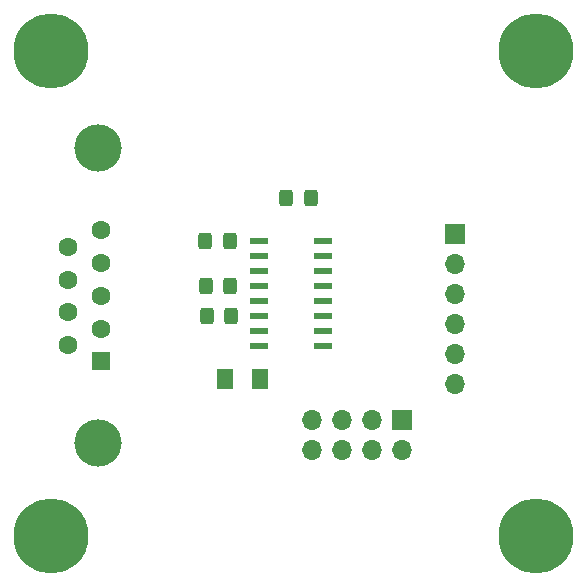
<source format=gts>
G04 #@! TF.GenerationSoftware,KiCad,Pcbnew,(6.0.1)*
G04 #@! TF.CreationDate,2022-08-01T16:57:02-04:00*
G04 #@! TF.ProjectId,RS232_TTL_Female,52533233-325f-4545-944c-5f46656d616c,rev?*
G04 #@! TF.SameCoordinates,Original*
G04 #@! TF.FileFunction,Soldermask,Top*
G04 #@! TF.FilePolarity,Negative*
%FSLAX46Y46*%
G04 Gerber Fmt 4.6, Leading zero omitted, Abs format (unit mm)*
G04 Created by KiCad (PCBNEW (6.0.1)) date 2022-08-01 16:57:02*
%MOMM*%
%LPD*%
G01*
G04 APERTURE LIST*
G04 Aperture macros list*
%AMRoundRect*
0 Rectangle with rounded corners*
0 $1 Rounding radius*
0 $2 $3 $4 $5 $6 $7 $8 $9 X,Y pos of 4 corners*
0 Add a 4 corners polygon primitive as box body*
4,1,4,$2,$3,$4,$5,$6,$7,$8,$9,$2,$3,0*
0 Add four circle primitives for the rounded corners*
1,1,$1+$1,$2,$3*
1,1,$1+$1,$4,$5*
1,1,$1+$1,$6,$7*
1,1,$1+$1,$8,$9*
0 Add four rect primitives between the rounded corners*
20,1,$1+$1,$2,$3,$4,$5,0*
20,1,$1+$1,$4,$5,$6,$7,0*
20,1,$1+$1,$6,$7,$8,$9,0*
20,1,$1+$1,$8,$9,$2,$3,0*%
G04 Aperture macros list end*
%ADD10C,6.350000*%
%ADD11RoundRect,0.250000X0.325000X0.450000X-0.325000X0.450000X-0.325000X-0.450000X0.325000X-0.450000X0*%
%ADD12RoundRect,0.250000X-0.325000X-0.450000X0.325000X-0.450000X0.325000X0.450000X-0.325000X0.450000X0*%
%ADD13R,1.600000X1.600000*%
%ADD14C,1.600000*%
%ADD15C,4.000000*%
%ADD16R,1.500000X0.600000*%
%ADD17R,1.700000X1.700000*%
%ADD18O,1.700000X1.700000*%
%ADD19RoundRect,0.250001X-0.462499X-0.624999X0.462499X-0.624999X0.462499X0.624999X-0.462499X0.624999X0*%
G04 APERTURE END LIST*
D10*
X101000000Y-74000000D03*
X60000000Y-74000000D03*
X101000000Y-33000000D03*
X60000000Y-33000000D03*
D11*
X75082900Y-49051300D03*
X73032900Y-49051300D03*
X73096400Y-52835900D03*
X75146400Y-52835900D03*
X81940900Y-45419100D03*
X79890900Y-45419100D03*
D12*
X75197200Y-55401300D03*
X73147200Y-55401300D03*
D13*
X64202700Y-59249400D03*
D14*
X64202700Y-56479400D03*
X64202700Y-53709400D03*
X64202700Y-50939400D03*
X64202700Y-48169400D03*
X61362700Y-57864400D03*
X61362700Y-55094400D03*
X61362700Y-52324400D03*
X61362700Y-49554400D03*
D15*
X63902700Y-41209400D03*
X63902700Y-66209400D03*
D16*
X77580900Y-49051300D03*
X77580900Y-50321300D03*
X77580900Y-51591300D03*
X77580900Y-52861300D03*
X77580900Y-54131300D03*
X77580900Y-55401300D03*
X77580900Y-56671300D03*
X77580900Y-57941300D03*
X82980900Y-57941300D03*
X82980900Y-56671300D03*
X82980900Y-55401300D03*
X82980900Y-54131300D03*
X82980900Y-52861300D03*
X82980900Y-51591300D03*
X82980900Y-50321300D03*
X82980900Y-49051300D03*
D17*
X94200100Y-48467100D03*
D18*
X94200100Y-51007100D03*
X94200100Y-53547100D03*
X94200100Y-56087100D03*
X94200100Y-58627100D03*
X94200100Y-61167100D03*
D19*
X74677300Y-60782800D03*
X77652300Y-60782800D03*
D17*
X89717000Y-64240500D03*
D18*
X89717000Y-66780500D03*
X87177000Y-64240500D03*
X87177000Y-66780500D03*
X84637000Y-64240500D03*
X84637000Y-66780500D03*
X82097000Y-64240500D03*
X82097000Y-66780500D03*
M02*

</source>
